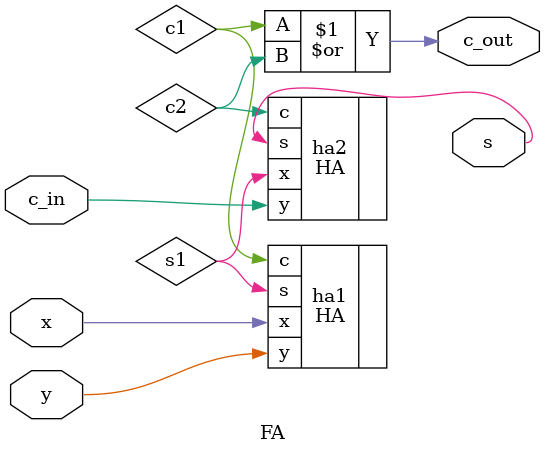
<source format=v>
module FA(s, c_out, x, y, c_in);
input x, y, c_in;
output s, c_out;
wire s1, c1, c2;

	HA ha1(.s(s1),.c(c1),.x(x),.y(y));
  	HA ha2(.s(s),.c(c2),.x(s1),.y(c_in));
  	assign c_out = c1|c2;
  	
endmodule


</source>
